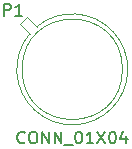
<source format=gbr>
G04 #@! TF.GenerationSoftware,KiCad,Pcbnew,5.0.2+dfsg1-1~bpo9+1*
G04 #@! TF.CreationDate,2019-08-23T02:39:36-04:00*
G04 #@! TF.ProjectId,gassensorholder,67617373-656e-4736-9f72-686f6c646572,rev?*
G04 #@! TF.SameCoordinates,Original*
G04 #@! TF.FileFunction,Other,Fab,Top*
%FSLAX46Y46*%
G04 Gerber Fmt 4.6, Leading zero omitted, Abs format (unit mm)*
G04 Created by KiCad (PCBNEW 5.0.2+dfsg1-1~bpo9+1) date Fri 23 Aug 2019 02:39:36 AM EDT*
%MOMM*%
%LPD*%
G01*
G04 APERTURE LIST*
%ADD10C,0.100000*%
%ADD11C,0.150000*%
G04 APERTURE END LIST*
D10*
G04 #@! TO.C,P1*
X112818592Y-64458480D02*
X112012490Y-63652379D01*
X112012490Y-63652379D02*
X111404379Y-64260490D01*
X111404379Y-64260490D02*
X112210480Y-65066592D01*
X120074000Y-68072000D02*
G75*
G03X120074000Y-68072000I-4250000J0D01*
G01*
X112210406Y-65066681D02*
G75*
G03X112818592Y-64458480I3613594J-3005319D01*
G01*
G04 #@! TD*
G04 #@! TO.C,P1*
D11*
X111800190Y-74249142D02*
X111752571Y-74296761D01*
X111609714Y-74344380D01*
X111514476Y-74344380D01*
X111371619Y-74296761D01*
X111276380Y-74201523D01*
X111228761Y-74106285D01*
X111181142Y-73915809D01*
X111181142Y-73772952D01*
X111228761Y-73582476D01*
X111276380Y-73487238D01*
X111371619Y-73392000D01*
X111514476Y-73344380D01*
X111609714Y-73344380D01*
X111752571Y-73392000D01*
X111800190Y-73439619D01*
X112419238Y-73344380D02*
X112609714Y-73344380D01*
X112704952Y-73392000D01*
X112800190Y-73487238D01*
X112847809Y-73677714D01*
X112847809Y-74011047D01*
X112800190Y-74201523D01*
X112704952Y-74296761D01*
X112609714Y-74344380D01*
X112419238Y-74344380D01*
X112324000Y-74296761D01*
X112228761Y-74201523D01*
X112181142Y-74011047D01*
X112181142Y-73677714D01*
X112228761Y-73487238D01*
X112324000Y-73392000D01*
X112419238Y-73344380D01*
X113276380Y-74344380D02*
X113276380Y-73344380D01*
X113847809Y-74344380D01*
X113847809Y-73344380D01*
X114324000Y-74344380D02*
X114324000Y-73344380D01*
X114895428Y-74344380D01*
X114895428Y-73344380D01*
X115133523Y-74439619D02*
X115895428Y-74439619D01*
X116324000Y-73344380D02*
X116419238Y-73344380D01*
X116514476Y-73392000D01*
X116562095Y-73439619D01*
X116609714Y-73534857D01*
X116657333Y-73725333D01*
X116657333Y-73963428D01*
X116609714Y-74153904D01*
X116562095Y-74249142D01*
X116514476Y-74296761D01*
X116419238Y-74344380D01*
X116324000Y-74344380D01*
X116228761Y-74296761D01*
X116181142Y-74249142D01*
X116133523Y-74153904D01*
X116085904Y-73963428D01*
X116085904Y-73725333D01*
X116133523Y-73534857D01*
X116181142Y-73439619D01*
X116228761Y-73392000D01*
X116324000Y-73344380D01*
X117609714Y-74344380D02*
X117038285Y-74344380D01*
X117324000Y-74344380D02*
X117324000Y-73344380D01*
X117228761Y-73487238D01*
X117133523Y-73582476D01*
X117038285Y-73630095D01*
X117943047Y-73344380D02*
X118609714Y-74344380D01*
X118609714Y-73344380D02*
X117943047Y-74344380D01*
X119181142Y-73344380D02*
X119276380Y-73344380D01*
X119371619Y-73392000D01*
X119419238Y-73439619D01*
X119466857Y-73534857D01*
X119514476Y-73725333D01*
X119514476Y-73963428D01*
X119466857Y-74153904D01*
X119419238Y-74249142D01*
X119371619Y-74296761D01*
X119276380Y-74344380D01*
X119181142Y-74344380D01*
X119085904Y-74296761D01*
X119038285Y-74249142D01*
X118990666Y-74153904D01*
X118943047Y-73963428D01*
X118943047Y-73725333D01*
X118990666Y-73534857D01*
X119038285Y-73439619D01*
X119085904Y-73392000D01*
X119181142Y-73344380D01*
X120371619Y-73677714D02*
X120371619Y-74344380D01*
X120133523Y-73296761D02*
X119895428Y-74011047D01*
X120514476Y-74011047D01*
X110045904Y-63524380D02*
X110045904Y-62524380D01*
X110426857Y-62524380D01*
X110522095Y-62572000D01*
X110569714Y-62619619D01*
X110617333Y-62714857D01*
X110617333Y-62857714D01*
X110569714Y-62952952D01*
X110522095Y-63000571D01*
X110426857Y-63048190D01*
X110045904Y-63048190D01*
X111569714Y-63524380D02*
X110998285Y-63524380D01*
X111284000Y-63524380D02*
X111284000Y-62524380D01*
X111188761Y-62667238D01*
X111093523Y-62762476D01*
X110998285Y-62810095D01*
G04 #@! TD*
M02*

</source>
